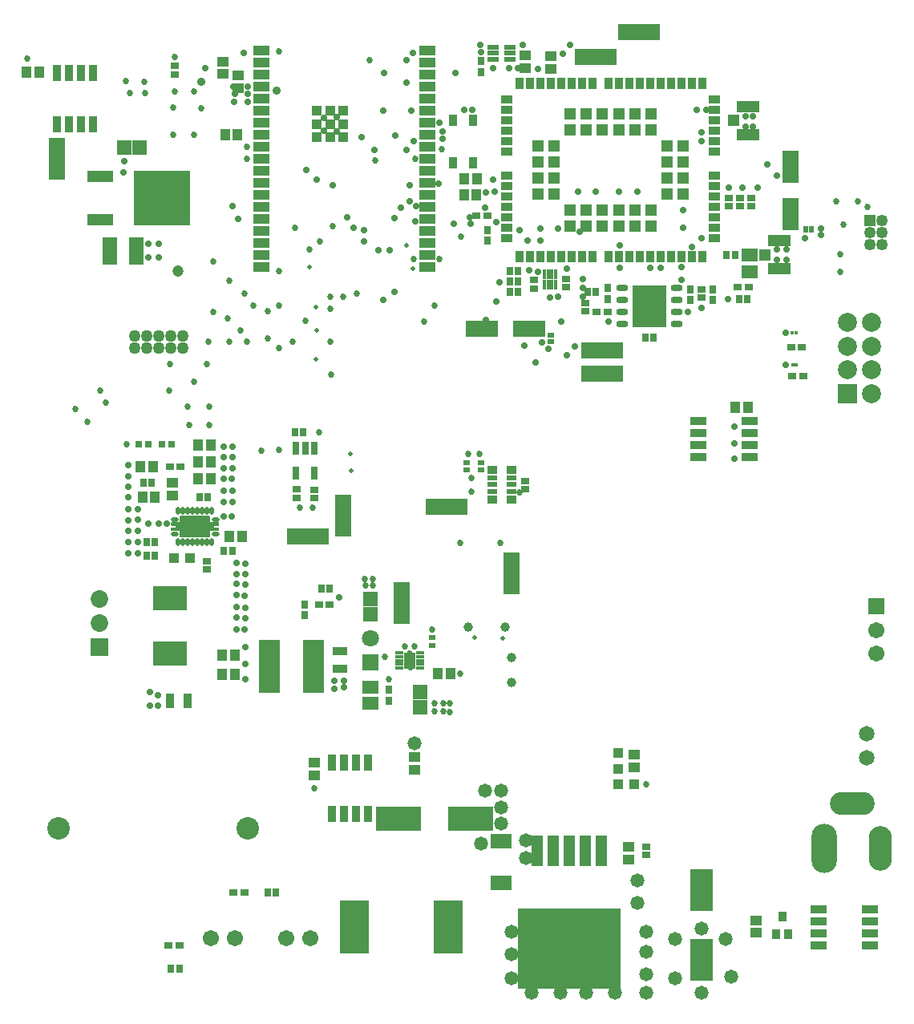
<source format=gts>
G04*
G04 #@! TF.GenerationSoftware,Altium Limited,Altium Designer,21.3.2 (30)*
G04*
G04 Layer_Color=8388736*
%FSLAX25Y25*%
%MOIN*%
G70*
G04*
G04 #@! TF.SameCoordinates,6E51047B-58C7-44D0-8EEE-2D495A345CE8*
G04*
G04*
G04 #@! TF.FilePolarity,Negative*
G04*
G01*
G75*
%ADD73R,0.03162X0.03320*%
%ADD74R,0.04147X0.04540*%
%ADD75R,0.04343X0.04343*%
%ADD76R,0.06706X0.04343*%
%ADD77R,0.03556X0.06804*%
%ADD78R,0.04737X0.04737*%
%ADD79R,0.05131X0.03556*%
%ADD80R,0.03556X0.05131*%
%ADD81R,0.18713X0.09855*%
%ADD82R,0.04540X0.04147*%
%ADD83R,0.03320X0.03162*%
%ADD84R,0.13894X0.09894*%
%ADD85R,0.06706X0.17335*%
%ADD86R,0.03162X0.05721*%
%ADD87R,0.17335X0.06706*%
%ADD88R,0.03241X0.03162*%
%ADD89R,0.06312X0.05918*%
%ADD90R,0.03753X0.01587*%
%ADD91R,0.04737X0.07099*%
%ADD92R,0.02769X0.02375*%
%ADD93R,0.03753X0.03162*%
%ADD94R,0.03162X0.03753*%
%ADD95R,0.06509X0.05524*%
G04:AMPARAMS|DCode=96|XSize=17.45mil|YSize=31.62mil|CornerRadius=5.98mil|HoleSize=0mil|Usage=FLASHONLY|Rotation=90.000|XOffset=0mil|YOffset=0mil|HoleType=Round|Shape=RoundedRectangle|*
%AMROUNDEDRECTD96*
21,1,0.01745,0.01965,0,0,90.0*
21,1,0.00548,0.03162,0,0,90.0*
1,1,0.01197,0.00983,0.00274*
1,1,0.01197,0.00983,-0.00274*
1,1,0.01197,-0.00983,-0.00274*
1,1,0.01197,-0.00983,0.00274*
%
%ADD96ROUNDEDRECTD96*%
G04:AMPARAMS|DCode=97|XSize=31.62mil|YSize=17.45mil|CornerRadius=5.98mil|HoleSize=0mil|Usage=FLASHONLY|Rotation=90.000|XOffset=0mil|YOffset=0mil|HoleType=Round|Shape=RoundedRectangle|*
%AMROUNDEDRECTD97*
21,1,0.03162,0.00548,0,0,90.0*
21,1,0.01965,0.01745,0,0,90.0*
1,1,0.01197,0.00274,0.00983*
1,1,0.01197,0.00274,-0.00983*
1,1,0.01197,-0.00274,-0.00983*
1,1,0.01197,-0.00274,0.00983*
%
%ADD97ROUNDEDRECTD97*%
G04:AMPARAMS|DCode=98|XSize=88.71mil|YSize=128.08mil|CornerRadius=6.02mil|HoleSize=0mil|Usage=FLASHONLY|Rotation=90.000|XOffset=0mil|YOffset=0mil|HoleType=Round|Shape=RoundedRectangle|*
%AMROUNDEDRECTD98*
21,1,0.08871,0.11604,0,0,90.0*
21,1,0.07667,0.12808,0,0,90.0*
1,1,0.01204,0.05802,0.03834*
1,1,0.01204,0.05802,-0.03834*
1,1,0.01204,-0.05802,-0.03834*
1,1,0.01204,-0.05802,0.03834*
%
%ADD98ROUNDEDRECTD98*%
%ADD99R,0.04343X0.03950*%
%ADD100R,0.04343X0.04737*%
%ADD101R,0.02769X0.03162*%
%ADD102R,0.03556X0.05918*%
%ADD103R,0.06804X0.03359*%
%ADD104R,0.01272X0.01666*%
%ADD105R,0.08871X0.21863*%
%ADD106R,0.05918X0.03556*%
%ADD107R,0.12217X0.22060*%
%ADD108R,0.03950X0.04343*%
%ADD109R,0.04737X0.04343*%
%ADD110R,0.06804X0.03556*%
%ADD111R,0.09461X0.17335*%
%ADD112R,0.03556X0.04343*%
%ADD113R,0.04800X0.12808*%
%ADD114R,0.42768X0.33792*%
%ADD115R,0.09068X0.06312*%
%ADD116R,0.04343X0.03556*%
%ADD117R,0.04343X0.02375*%
%ADD118R,0.05918X0.11430*%
%ADD119R,0.05918X0.06312*%
%ADD120R,0.04934X0.04737*%
%ADD121R,0.09461X0.04934*%
%ADD122R,0.11036X0.04973*%
%ADD123R,0.03556X0.04737*%
%ADD124R,0.23241X0.22973*%
%ADD125R,0.05131X0.02375*%
%ADD126R,0.01587X0.04343*%
%ADD127R,0.14186X0.17729*%
G04:AMPARAMS|DCode=128|XSize=48.95mil|YSize=25.32mil|CornerRadius=10.06mil|HoleSize=0mil|Usage=FLASHONLY|Rotation=180.000|XOffset=0mil|YOffset=0mil|HoleType=Round|Shape=RoundedRectangle|*
%AMROUNDEDRECTD128*
21,1,0.04895,0.00520,0,0,180.0*
21,1,0.02882,0.02532,0,0,180.0*
1,1,0.02013,-0.01441,0.00260*
1,1,0.02013,0.01441,0.00260*
1,1,0.02013,0.01441,-0.00260*
1,1,0.02013,-0.01441,-0.00260*
%
%ADD128ROUNDEDRECTD128*%
%ADD129R,0.07099X0.13398*%
%ADD130R,0.02178X0.03162*%
%ADD131R,0.13398X0.07099*%
%ADD132R,0.03162X0.02178*%
%ADD133R,0.07296X0.07296*%
%ADD134C,0.07296*%
%ADD135C,0.06737*%
%ADD136R,0.06737X0.06737*%
%ADD137C,0.06513*%
%ADD138R,0.07887X0.07887*%
%ADD139C,0.07887*%
%ADD140C,0.09363*%
%ADD141C,0.05013*%
%ADD142C,0.01981*%
%ADD143R,0.07119X0.07119*%
%ADD144C,0.07119*%
%ADD145O,0.10642X0.20485*%
%ADD146O,0.09658X0.18517*%
%ADD147O,0.18517X0.09658*%
%ADD148C,0.04934*%
%ADD149R,0.04934X0.04934*%
%ADD150C,0.05800*%
%ADD151C,0.02769*%
%ADD152C,0.02700*%
%ADD153C,0.03950*%
%ADD154C,0.03556*%
%ADD155C,0.04737*%
G36*
X69008Y201829D02*
X69011Y201860D01*
X69015Y201890D01*
X69020Y201921D01*
X69028Y201951D01*
X69036Y201981D01*
X69047Y202010D01*
X69059Y202039D01*
X69072Y202067D01*
X69087Y202095D01*
X69103Y202121D01*
X69121Y202147D01*
X69140Y202172D01*
X69160Y202195D01*
X69181Y202218D01*
X69204Y202239D01*
X69228Y202259D01*
X69252Y202278D01*
X69278Y202296D01*
X69305Y202312D01*
X69332Y202327D01*
X69360Y202341D01*
X69389Y202352D01*
X69418Y202363D01*
X69448Y202372D01*
X69478Y202379D01*
X69509Y202385D01*
X69540Y202389D01*
X69571Y202391D01*
X69602Y202392D01*
X72649D01*
Y204353D01*
X72650Y204384D01*
X72652Y204415D01*
X72656Y204446D01*
X72662Y204477D01*
X72669Y204507D01*
X72678Y204538D01*
X72689Y204567D01*
X72701Y204596D01*
X72714Y204624D01*
X72729Y204652D01*
X72746Y204679D01*
X72763Y204704D01*
X72782Y204729D01*
X72803Y204753D01*
X72824Y204776D01*
X72847Y204797D01*
X72871Y204818D01*
X72896Y204837D01*
X72922Y204854D01*
X72948Y204871D01*
X72976Y204886D01*
X73004Y204899D01*
X73033Y204911D01*
X73062Y204922D01*
X73093Y204931D01*
X73123Y204938D01*
X73154Y204944D01*
X73185Y204948D01*
X73216Y204950D01*
X73247Y204951D01*
X84865D01*
X84896Y204950D01*
X84927Y204948D01*
X84958Y204944D01*
X84988Y204938D01*
X85018Y204931D01*
X85048Y204922D01*
X85077Y204912D01*
X85106Y204900D01*
X85134Y204887D01*
X85161Y204872D01*
X85187Y204856D01*
X85213Y204838D01*
X85237Y204819D01*
X85261Y204799D01*
X85283Y204778D01*
X85304Y204756D01*
X85324Y204732D01*
X85343Y204708D01*
X85361Y204682D01*
X85377Y204656D01*
X85392Y204629D01*
X85405Y204601D01*
X85417Y204572D01*
X85427Y204543D01*
X85436Y204513D01*
X85443Y204483D01*
X85449Y204453D01*
X85453Y204422D01*
X85455Y204391D01*
X85456Y204361D01*
Y202396D01*
X85456Y202396D01*
X85456Y202396D01*
X85456Y202395D01*
X85456Y202395D01*
X85456Y202395D01*
X85456Y202395D01*
X85456Y202395D01*
X85456Y202394D01*
X85457Y202394D01*
X85457Y202394D01*
X85457Y202394D01*
X85457Y202394D01*
X85457Y202393D01*
X85457Y202393D01*
X85457Y202393D01*
X85457Y202393D01*
X85457Y202393D01*
X85458Y202393D01*
X85458Y202393D01*
X85458Y202393D01*
X85458Y202392D01*
X85458Y202392D01*
X85459Y202392D01*
X85459Y202392D01*
X85459Y202392D01*
X85459Y202392D01*
X85459Y202392D01*
X85460Y202392D01*
X85460Y202392D01*
X85460Y202392D01*
X88507D01*
X88538Y202391D01*
X88569Y202389D01*
X88600Y202385D01*
X88630Y202379D01*
X88660Y202372D01*
X88690Y202363D01*
X88719Y202353D01*
X88747Y202341D01*
X88775Y202328D01*
X88802Y202313D01*
X88829Y202297D01*
X88854Y202279D01*
X88879Y202260D01*
X88902Y202240D01*
X88925Y202219D01*
X88946Y202197D01*
X88966Y202173D01*
X88985Y202149D01*
X89003Y202123D01*
X89019Y202097D01*
X89033Y202069D01*
X89047Y202042D01*
X89059Y202013D01*
X89069Y201984D01*
X89078Y201954D01*
X89085Y201924D01*
X89091Y201894D01*
X89095Y201863D01*
X89097Y201832D01*
X89098Y201801D01*
Y201388D01*
X89097Y201357D01*
X89095Y201327D01*
X89091Y201296D01*
X89085Y201266D01*
X89078Y201236D01*
X89069Y201207D01*
X89059Y201178D01*
X89047Y201149D01*
X89034Y201122D01*
X89019Y201095D01*
X89003Y201068D01*
X88986Y201043D01*
X88967Y201019D01*
X88947Y200995D01*
X88926Y200973D01*
X88904Y200952D01*
X88880Y200932D01*
X88856Y200913D01*
X88831Y200896D01*
X88805Y200880D01*
X88778Y200865D01*
X88750Y200852D01*
X88721Y200840D01*
X88692Y200830D01*
X88663Y200821D01*
X88633Y200814D01*
X88603Y200809D01*
X88573Y200805D01*
X88542Y200802D01*
X88511Y200801D01*
X87035D01*
Y200231D01*
X87035Y200230D01*
X87035Y200230D01*
X87035Y200230D01*
X87035Y200230D01*
X87035Y200230D01*
X87035Y200229D01*
X87035Y200229D01*
X87035Y200229D01*
X87035Y200229D01*
X87035Y200229D01*
X87035Y200228D01*
X87036Y200228D01*
X87036Y200228D01*
X87036Y200228D01*
X87036Y200228D01*
X87036Y200228D01*
X87036Y200227D01*
X87036Y200227D01*
X87037Y200227D01*
X87037Y200227D01*
X87037Y200227D01*
X87037Y200227D01*
X87037Y200227D01*
X87037Y200227D01*
X87038Y200227D01*
X87038Y200227D01*
X87038Y200227D01*
X87038Y200227D01*
X87038Y200227D01*
X87039D01*
X88507D01*
X88538Y200226D01*
X88569Y200223D01*
X88600Y200219D01*
X88630Y200214D01*
X88660Y200206D01*
X88690Y200198D01*
X88719Y200187D01*
X88747Y200175D01*
X88775Y200162D01*
X88802Y200148D01*
X88829Y200131D01*
X88854Y200114D01*
X88879Y200095D01*
X88902Y200075D01*
X88925Y200054D01*
X88946Y200031D01*
X88966Y200008D01*
X88985Y199983D01*
X89003Y199958D01*
X89019Y199931D01*
X89033Y199904D01*
X89047Y199876D01*
X89059Y199848D01*
X89069Y199819D01*
X89078Y199789D01*
X89085Y199759D01*
X89091Y199728D01*
X89095Y199698D01*
X89097Y199667D01*
X89098Y199636D01*
Y199219D01*
X89097Y199188D01*
X89095Y199158D01*
X89091Y199128D01*
X89085Y199098D01*
X89078Y199068D01*
X89069Y199039D01*
X89059Y199010D01*
X89047Y198982D01*
X89034Y198954D01*
X89020Y198927D01*
X89004Y198901D01*
X88986Y198876D01*
X88968Y198852D01*
X88948Y198829D01*
X88927Y198807D01*
X88905Y198786D01*
X88882Y198766D01*
X88858Y198747D01*
X88832Y198730D01*
X88806Y198714D01*
X88780Y198700D01*
X88752Y198686D01*
X88724Y198675D01*
X88695Y198665D01*
X88666Y198656D01*
X88636Y198649D01*
X88606Y198643D01*
X88576Y198639D01*
X88546Y198637D01*
X88515Y198636D01*
X85460D01*
Y196675D01*
X85459Y196644D01*
X85457Y196613D01*
X85453Y196582D01*
X85447Y196551D01*
X85440Y196520D01*
X85431Y196491D01*
X85420Y196461D01*
X85408Y196432D01*
X85395Y196404D01*
X85380Y196376D01*
X85363Y196350D01*
X85346Y196324D01*
X85327Y196299D01*
X85306Y196275D01*
X85285Y196252D01*
X85262Y196231D01*
X85238Y196210D01*
X85213Y196191D01*
X85188Y196174D01*
X85161Y196157D01*
X85133Y196142D01*
X85105Y196129D01*
X85076Y196117D01*
X85046Y196106D01*
X85016Y196097D01*
X84986Y196090D01*
X84955Y196084D01*
X84924Y196080D01*
X84893Y196078D01*
X84862Y196077D01*
X73251D01*
X73220Y196078D01*
X73189Y196080D01*
X73158Y196084D01*
X73127Y196090D01*
X73096Y196097D01*
X73066Y196106D01*
X73037Y196117D01*
X73008Y196129D01*
X72980Y196142D01*
X72952Y196157D01*
X72925Y196174D01*
X72900Y196191D01*
X72875Y196210D01*
X72851Y196231D01*
X72828Y196252D01*
X72807Y196275D01*
X72786Y196299D01*
X72767Y196324D01*
X72749Y196350D01*
X72733Y196376D01*
X72718Y196404D01*
X72705Y196432D01*
X72693Y196461D01*
X72682Y196491D01*
X72673Y196520D01*
X72666Y196551D01*
X72660Y196582D01*
X72656Y196613D01*
X72654Y196644D01*
X72653Y196675D01*
Y198632D01*
X72653Y198632D01*
X72653Y198633D01*
X72653Y198633D01*
X72653Y198633D01*
X72653Y198633D01*
X72653Y198633D01*
X72653Y198634D01*
X72653Y198634D01*
X72653Y198634D01*
X72652Y198634D01*
X72652Y198634D01*
X72652Y198634D01*
X72652Y198635D01*
X72652Y198635D01*
X72652Y198635D01*
X72652Y198635D01*
X72651Y198635D01*
X72651Y198635D01*
X72651Y198635D01*
X72651Y198635D01*
X72651Y198636D01*
X72651Y198636D01*
X72650Y198636D01*
X72650Y198636D01*
X72650Y198636D01*
X72650Y198636D01*
X72650Y198636D01*
X72649Y198636D01*
X72649Y198636D01*
X72649Y198636D01*
X69606D01*
X69574Y198637D01*
X69543Y198639D01*
X69512Y198643D01*
X69481Y198649D01*
X69451Y198656D01*
X69421Y198665D01*
X69391Y198676D01*
X69362Y198688D01*
X69334Y198701D01*
X69306Y198716D01*
X69280Y198733D01*
X69254Y198750D01*
X69229Y198769D01*
X69205Y198790D01*
X69182Y198811D01*
X69161Y198834D01*
X69141Y198858D01*
X69121Y198883D01*
X69104Y198909D01*
X69087Y198935D01*
X69073Y198963D01*
X69059Y198991D01*
X69047Y199020D01*
X69037Y199050D01*
X69028Y199080D01*
X69020Y199110D01*
X69015Y199141D01*
X69011Y199172D01*
X69008Y199203D01*
X69007Y199234D01*
Y199628D01*
X69008Y199660D01*
X69011Y199691D01*
X69015Y199722D01*
X69020Y199753D01*
X69028Y199783D01*
X69037Y199813D01*
X69047Y199843D01*
X69059Y199872D01*
X69073Y199900D01*
X69087Y199927D01*
X69104Y199954D01*
X69121Y199980D01*
X69141Y200005D01*
X69161Y200029D01*
X69182Y200051D01*
X69205Y200073D01*
X69229Y200093D01*
X69254Y200112D01*
X69280Y200130D01*
X69306Y200146D01*
X69334Y200161D01*
X69362Y200175D01*
X69391Y200187D01*
X69421Y200197D01*
X69451Y200206D01*
X69481Y200214D01*
X69512Y200219D01*
X69543Y200223D01*
X69574Y200226D01*
X69606Y200227D01*
X71074D01*
Y200801D01*
X69598D01*
X69567Y200802D01*
X69536Y200805D01*
X69505Y200809D01*
X69475Y200814D01*
X69445Y200821D01*
X69415Y200830D01*
X69386Y200841D01*
X69358Y200852D01*
X69330Y200866D01*
X69302Y200881D01*
X69276Y200897D01*
X69251Y200914D01*
X69226Y200933D01*
X69203Y200953D01*
X69180Y200974D01*
X69159Y200997D01*
X69139Y201020D01*
X69120Y201045D01*
X69103Y201070D01*
X69086Y201097D01*
X69072Y201124D01*
X69058Y201152D01*
X69046Y201180D01*
X69036Y201209D01*
X69027Y201239D01*
X69020Y201269D01*
X69015Y201300D01*
X69011Y201330D01*
X69008Y201361D01*
X69007Y201392D01*
Y201798D01*
X69008Y201829D01*
D02*
G37*
D73*
X109367Y48548D02*
D03*
X112831D02*
D03*
X69118Y16608D02*
D03*
X72583D02*
D03*
X124119Y239739D02*
D03*
X120654D02*
D03*
X131618Y174852D02*
D03*
X135082D02*
D03*
X57627Y218666D02*
D03*
X61091D02*
D03*
X62416Y193951D02*
D03*
X58951D02*
D03*
X62350Y188290D02*
D03*
X58885D02*
D03*
X84311Y212842D02*
D03*
X80846D02*
D03*
X91061Y190466D02*
D03*
X94525D02*
D03*
X303583Y313284D02*
D03*
X300118D02*
D03*
X308701Y295077D02*
D03*
X305236D02*
D03*
X245709Y298128D02*
D03*
X242244D02*
D03*
X266260Y279231D02*
D03*
X269724D02*
D03*
X209961Y298128D02*
D03*
X213425D02*
D03*
X213425Y306790D02*
D03*
X209961D02*
D03*
X213425Y302459D02*
D03*
X209961D02*
D03*
D74*
X14255Y389382D02*
D03*
X9137D02*
D03*
X180107Y139396D02*
D03*
X185225D02*
D03*
X61612Y225314D02*
D03*
X56494D02*
D03*
X62479Y212645D02*
D03*
X57361D02*
D03*
X91713Y363522D02*
D03*
X96831D02*
D03*
X196142Y338286D02*
D03*
X191024D02*
D03*
D75*
X140827Y362302D02*
D03*
X135315D02*
D03*
X129803D02*
D03*
X140827Y373325D02*
D03*
X135315D02*
D03*
X129803D02*
D03*
X140827Y367813D02*
D03*
X135315D02*
D03*
X129803D02*
D03*
D76*
X175669Y308522D02*
D03*
Y313522D02*
D03*
Y318522D02*
D03*
Y323522D02*
D03*
Y328522D02*
D03*
Y333522D02*
D03*
Y338522D02*
D03*
Y343522D02*
D03*
Y348522D02*
D03*
Y353522D02*
D03*
Y358522D02*
D03*
Y363522D02*
D03*
Y368522D02*
D03*
Y373522D02*
D03*
Y378522D02*
D03*
Y383522D02*
D03*
Y388522D02*
D03*
Y393522D02*
D03*
Y398522D02*
D03*
X106772Y308522D02*
D03*
Y313522D02*
D03*
Y318522D02*
D03*
Y323522D02*
D03*
Y328522D02*
D03*
Y333522D02*
D03*
Y338522D02*
D03*
Y343522D02*
D03*
Y348522D02*
D03*
Y353522D02*
D03*
Y358522D02*
D03*
Y363522D02*
D03*
Y368522D02*
D03*
Y373522D02*
D03*
Y378522D02*
D03*
Y383522D02*
D03*
Y388522D02*
D03*
Y393522D02*
D03*
Y398522D02*
D03*
D77*
X36691Y367840D02*
D03*
X31691D02*
D03*
X26691D02*
D03*
X21691D02*
D03*
Y389194D02*
D03*
X26691D02*
D03*
X31691D02*
D03*
X36691D02*
D03*
X150961Y102332D02*
D03*
X145961D02*
D03*
X140962D02*
D03*
X135961D02*
D03*
Y80978D02*
D03*
X140962D02*
D03*
X145961D02*
D03*
X150961D02*
D03*
D78*
X275276Y358758D02*
D03*
Y352065D02*
D03*
Y345372D02*
D03*
Y338680D02*
D03*
X268583Y331987D02*
D03*
X261890D02*
D03*
X255197D02*
D03*
X248504D02*
D03*
X241811D02*
D03*
X235118D02*
D03*
X228425Y338680D02*
D03*
Y345372D02*
D03*
Y352065D02*
D03*
Y358758D02*
D03*
X235118Y365451D02*
D03*
X241811D02*
D03*
X248504D02*
D03*
X255197D02*
D03*
X261890D02*
D03*
X268583D02*
D03*
X281968Y358758D02*
D03*
Y352065D02*
D03*
Y345372D02*
D03*
Y338680D02*
D03*
X268583Y325294D02*
D03*
X261890D02*
D03*
X255197D02*
D03*
X248504D02*
D03*
X241811D02*
D03*
X235118D02*
D03*
X221732Y338680D02*
D03*
Y345372D02*
D03*
Y352065D02*
D03*
Y358758D02*
D03*
X235118Y372144D02*
D03*
X241811D02*
D03*
X248504D02*
D03*
X255197D02*
D03*
X261890D02*
D03*
X268583D02*
D03*
D79*
X295157Y378050D02*
D03*
Y373719D02*
D03*
Y369388D02*
D03*
Y365057D02*
D03*
Y360727D02*
D03*
Y356396D02*
D03*
Y346553D02*
D03*
Y342223D02*
D03*
Y337892D02*
D03*
Y333561D02*
D03*
Y329231D02*
D03*
Y324900D02*
D03*
Y320569D02*
D03*
X208543D02*
D03*
Y324900D02*
D03*
Y329231D02*
D03*
Y333561D02*
D03*
Y337892D02*
D03*
Y342223D02*
D03*
Y346553D02*
D03*
Y356396D02*
D03*
Y360727D02*
D03*
Y365057D02*
D03*
Y369388D02*
D03*
Y373719D02*
D03*
Y378050D02*
D03*
D80*
X290039Y312695D02*
D03*
X285709D02*
D03*
X281378D02*
D03*
X277047D02*
D03*
X272716D02*
D03*
X268386D02*
D03*
X264055D02*
D03*
X259724D02*
D03*
X255394D02*
D03*
X251063D02*
D03*
X244370D02*
D03*
X240039D02*
D03*
X235709D02*
D03*
X231378D02*
D03*
X227047D02*
D03*
X222716D02*
D03*
X218386D02*
D03*
X214055D02*
D03*
Y384742D02*
D03*
X218386D02*
D03*
X222716D02*
D03*
X227047D02*
D03*
X231378D02*
D03*
X235709D02*
D03*
X240039D02*
D03*
X244370D02*
D03*
X251063D02*
D03*
X255394D02*
D03*
X259724D02*
D03*
X264055D02*
D03*
X268386D02*
D03*
X272716D02*
D03*
X277047D02*
D03*
X281378D02*
D03*
X285709D02*
D03*
X290039D02*
D03*
D81*
X193543Y79213D02*
D03*
X163622D02*
D03*
D82*
X128719Y97207D02*
D03*
Y102325D02*
D03*
X69703Y213548D02*
D03*
Y218666D02*
D03*
X312244Y31654D02*
D03*
Y36772D02*
D03*
X90827Y393798D02*
D03*
Y388680D02*
D03*
X216417Y391239D02*
D03*
Y396357D02*
D03*
D83*
X70788Y392044D02*
D03*
Y388580D02*
D03*
X128804Y212283D02*
D03*
Y215747D02*
D03*
X83976Y182667D02*
D03*
Y186132D02*
D03*
X266698Y63957D02*
D03*
Y67421D02*
D03*
X216491Y216050D02*
D03*
Y219515D02*
D03*
X289646Y299073D02*
D03*
Y295609D02*
D03*
X233346Y303404D02*
D03*
Y299939D02*
D03*
X219961Y303010D02*
D03*
Y299546D02*
D03*
X241220Y289939D02*
D03*
Y293404D02*
D03*
X310512Y337262D02*
D03*
Y333798D02*
D03*
X305787Y333798D02*
D03*
Y337262D02*
D03*
X301063Y333798D02*
D03*
Y337262D02*
D03*
D84*
X68688Y170853D02*
D03*
Y147854D02*
D03*
D85*
X165036Y168875D02*
D03*
X140822Y205131D02*
D03*
X210593Y181255D02*
D03*
X21666Y353434D02*
D03*
D86*
X128607Y222791D02*
D03*
X121127D02*
D03*
Y233027D02*
D03*
X124867D02*
D03*
X128607D02*
D03*
D87*
X125985Y196496D02*
D03*
X183556Y208748D02*
D03*
X248504Y264181D02*
D03*
X248504Y273719D02*
D03*
X263661Y406002D02*
D03*
X245709Y395766D02*
D03*
D88*
X121363Y216117D02*
D03*
Y212495D02*
D03*
D89*
X172566Y131640D02*
D03*
Y125341D02*
D03*
X151872Y170345D02*
D03*
Y164046D02*
D03*
D90*
X164097Y148042D02*
D03*
Y146467D02*
D03*
Y144892D02*
D03*
Y143317D02*
D03*
Y141743D02*
D03*
X172759D02*
D03*
Y143317D02*
D03*
Y144892D02*
D03*
Y146467D02*
D03*
Y148042D02*
D03*
D91*
X168428Y144892D02*
D03*
D92*
X177749Y154405D02*
D03*
Y151255D02*
D03*
X192011Y223989D02*
D03*
Y227139D02*
D03*
X198005Y224058D02*
D03*
Y227207D02*
D03*
D93*
X135082Y168205D02*
D03*
X130555D02*
D03*
X73083Y225314D02*
D03*
X68556D02*
D03*
X332027Y262962D02*
D03*
X327499D02*
D03*
X326852Y275071D02*
D03*
X331379D02*
D03*
X99650Y48401D02*
D03*
X95122D02*
D03*
X72631Y26350D02*
D03*
X68103D02*
D03*
X304705Y299939D02*
D03*
X309232D02*
D03*
X196043Y329624D02*
D03*
X200571D02*
D03*
X246043Y289861D02*
D03*
X250571D02*
D03*
D94*
X159794Y128189D02*
D03*
Y132716D02*
D03*
X124744Y168205D02*
D03*
Y163678D02*
D03*
X284921Y299211D02*
D03*
Y294684D02*
D03*
X294370D02*
D03*
Y299211D02*
D03*
X197913Y389565D02*
D03*
Y394093D02*
D03*
X200669Y323916D02*
D03*
Y319388D02*
D03*
X250669Y299605D02*
D03*
Y295077D02*
D03*
D95*
X151878Y133799D02*
D03*
Y127106D02*
D03*
X309724Y306591D02*
D03*
Y313284D02*
D03*
D96*
X70590Y197561D02*
D03*
Y203467D02*
D03*
X87519Y197561D02*
D03*
Y203467D02*
D03*
D97*
X78070Y194018D02*
D03*
X80039D02*
D03*
X82007D02*
D03*
X83976D02*
D03*
X85944D02*
D03*
X76102D02*
D03*
X74133D02*
D03*
X72165D02*
D03*
X78070Y207010D02*
D03*
X80039D02*
D03*
X82007D02*
D03*
X83976D02*
D03*
X85944D02*
D03*
X76102D02*
D03*
X74133D02*
D03*
X72165D02*
D03*
D98*
X79054Y200514D02*
D03*
D99*
X70442Y187345D02*
D03*
X77135D02*
D03*
X255047Y93537D02*
D03*
X261740D02*
D03*
D100*
X80264Y234424D02*
D03*
X85579D02*
D03*
X80402Y227272D02*
D03*
X85717D02*
D03*
X80264Y220485D02*
D03*
X85579D02*
D03*
X98750Y196479D02*
D03*
X93435D02*
D03*
X95685Y147267D02*
D03*
X90370D02*
D03*
X95520Y139105D02*
D03*
X90205D02*
D03*
X303759Y250213D02*
D03*
X309074D02*
D03*
X190925Y344979D02*
D03*
X196240D02*
D03*
D101*
X55596Y234662D02*
D03*
X59533D02*
D03*
X65352D02*
D03*
X69289D02*
D03*
D102*
X76168Y128209D02*
D03*
X68688D02*
D03*
D103*
X288299Y244474D02*
D03*
Y239474D02*
D03*
Y234474D02*
D03*
Y229474D02*
D03*
X309653D02*
D03*
Y234474D02*
D03*
Y239474D02*
D03*
Y244474D02*
D03*
D104*
X329155Y267881D02*
D03*
X327580D02*
D03*
X328976Y280956D02*
D03*
X327401D02*
D03*
D105*
X109971Y142321D02*
D03*
X128475D02*
D03*
D106*
X139219Y141306D02*
D03*
Y148786D02*
D03*
D107*
X145260Y33979D02*
D03*
X184236D02*
D03*
D108*
X255047Y106452D02*
D03*
Y99759D02*
D03*
D109*
X261740Y105763D02*
D03*
Y100448D02*
D03*
X170392Y99511D02*
D03*
Y104826D02*
D03*
X259457Y67542D02*
D03*
Y62227D02*
D03*
X97126Y388187D02*
D03*
Y382872D02*
D03*
X227047Y390746D02*
D03*
Y396061D02*
D03*
D110*
X359582Y41443D02*
D03*
Y36443D02*
D03*
Y31443D02*
D03*
Y26443D02*
D03*
X338228D02*
D03*
Y31443D02*
D03*
Y36443D02*
D03*
Y41443D02*
D03*
D111*
X289646Y20551D02*
D03*
Y49291D02*
D03*
D112*
X320709Y31063D02*
D03*
X323268Y38543D02*
D03*
X325827Y31063D02*
D03*
D113*
X248087Y65689D02*
D03*
X241386D02*
D03*
X234685D02*
D03*
X227984D02*
D03*
X221284D02*
D03*
D114*
X234685Y25118D02*
D03*
D115*
X206363Y52375D02*
D03*
Y69698D02*
D03*
D116*
X202751Y224081D02*
D03*
Y211877D02*
D03*
X210625D02*
D03*
Y224081D02*
D03*
D117*
X202751Y220735D02*
D03*
Y217979D02*
D03*
Y215223D02*
D03*
X210625D02*
D03*
Y217979D02*
D03*
Y220735D02*
D03*
D118*
X43626Y315147D02*
D03*
X54650D02*
D03*
D119*
X49659Y358263D02*
D03*
X55958D02*
D03*
D120*
X315925Y313480D02*
D03*
X302933Y369388D02*
D03*
D121*
X321929Y307673D02*
D03*
Y319288D02*
D03*
X308937Y375195D02*
D03*
Y363581D02*
D03*
D122*
X39648Y328241D02*
D03*
Y346241D02*
D03*
D123*
X186201Y351869D02*
D03*
Y369585D02*
D03*
X194665Y351869D02*
D03*
Y369585D02*
D03*
D124*
X65435Y337241D02*
D03*
D125*
X203031Y394782D02*
D03*
Y397341D02*
D03*
Y399900D02*
D03*
X210118D02*
D03*
Y397341D02*
D03*
Y394782D02*
D03*
D126*
X229016Y301081D02*
D03*
X227441D02*
D03*
X225866D02*
D03*
X224291D02*
D03*
Y305412D02*
D03*
X225866D02*
D03*
X227441D02*
D03*
X229016D02*
D03*
D127*
X267992Y292223D02*
D03*
D128*
X256791Y284723D02*
D03*
Y289723D02*
D03*
Y294723D02*
D03*
Y299723D02*
D03*
X279193D02*
D03*
Y294723D02*
D03*
Y289723D02*
D03*
Y284723D02*
D03*
D129*
X326654Y330412D02*
D03*
Y350097D02*
D03*
D130*
X332854Y324113D02*
D03*
X335413D02*
D03*
D131*
X217992Y282774D02*
D03*
X198307D02*
D03*
D132*
X227047Y277557D02*
D03*
Y280117D02*
D03*
D133*
X39458Y150570D02*
D03*
D134*
Y160570D02*
D03*
Y170570D02*
D03*
D135*
X362303Y147638D02*
D03*
Y157480D02*
D03*
X95551Y29528D02*
D03*
X85551D02*
D03*
X117047D02*
D03*
X127047D02*
D03*
D136*
X362303Y167323D02*
D03*
D137*
X358268Y104331D02*
D03*
Y114331D02*
D03*
D138*
X350394Y255906D02*
D03*
D139*
X360236D02*
D03*
X350394Y265748D02*
D03*
X360236D02*
D03*
X350394Y275590D02*
D03*
X360236D02*
D03*
X350394Y285433D02*
D03*
X360236D02*
D03*
D140*
X101164Y74979D02*
D03*
X22424D02*
D03*
D141*
X54133Y274752D02*
D03*
Y279752D02*
D03*
X59133Y274752D02*
D03*
Y279752D02*
D03*
X64133Y274752D02*
D03*
Y279752D02*
D03*
X69133Y274752D02*
D03*
Y279752D02*
D03*
X74133Y274752D02*
D03*
Y279752D02*
D03*
D142*
X81121Y200514D02*
D03*
Y197463D02*
D03*
Y203565D02*
D03*
X76987Y200514D02*
D03*
Y197463D02*
D03*
Y203565D02*
D03*
X84074Y200514D02*
D03*
X74035D02*
D03*
X129487Y270114D02*
D03*
X129803Y282055D02*
D03*
X126844Y308522D02*
D03*
X129487Y291640D02*
D03*
X206914Y154248D02*
D03*
X195254Y154583D02*
D03*
X143874Y223911D02*
D03*
X143772Y230787D02*
D03*
X167106Y317420D02*
D03*
X169567Y307740D02*
D03*
D143*
X151878Y144248D02*
D03*
D144*
Y154248D02*
D03*
D145*
X340551Y66929D02*
D03*
D146*
X364173D02*
D03*
D147*
X352362Y85433D02*
D03*
D148*
X364705Y317835D02*
D03*
X359705D02*
D03*
X364705Y322835D02*
D03*
X359705D02*
D03*
X364705Y327835D02*
D03*
D149*
X359705D02*
D03*
D150*
X289783Y6885D02*
D03*
Y33588D02*
D03*
X266698Y14436D02*
D03*
X266542Y6885D02*
D03*
X231058Y6809D02*
D03*
X218998D02*
D03*
X253606Y6885D02*
D03*
X241545D02*
D03*
X206363Y83870D02*
D03*
X170423Y110346D02*
D03*
X199644Y90775D02*
D03*
X263043Y43960D02*
D03*
Y53400D02*
D03*
X210544Y22626D02*
D03*
Y12806D02*
D03*
Y32180D02*
D03*
X216675Y62841D02*
D03*
Y69996D02*
D03*
X266698Y23622D02*
D03*
Y32180D02*
D03*
X301968Y13415D02*
D03*
X278758Y12806D02*
D03*
X299828Y29048D02*
D03*
X278758D02*
D03*
X198066Y68880D02*
D03*
X206363Y77266D02*
D03*
Y90728D02*
D03*
D151*
X221535Y306347D02*
D03*
X174498Y343109D02*
D03*
X180404Y343251D02*
D03*
X167066Y357184D02*
D03*
X162445Y363207D02*
D03*
X59780Y318160D02*
D03*
Y312593D02*
D03*
X67355Y201715D02*
D03*
X55310Y194018D02*
D03*
X55249Y189446D02*
D03*
X55221Y198879D02*
D03*
X168494Y342497D02*
D03*
X83246Y391129D02*
D03*
X149280Y319244D02*
D03*
X155197Y315451D02*
D03*
X129803Y373325D02*
D03*
Y344796D02*
D03*
X99418Y397341D02*
D03*
X129803Y362302D02*
D03*
X97126Y328522D02*
D03*
X136299Y342311D02*
D03*
X135315Y362302D02*
D03*
X125472Y348835D02*
D03*
X186594Y326475D02*
D03*
X94549Y333857D02*
D03*
X167106Y385038D02*
D03*
X169567Y397341D02*
D03*
X135315Y373325D02*
D03*
X167106Y394290D02*
D03*
X180565Y368522D02*
D03*
X160163Y315575D02*
D03*
X169173Y373522D02*
D03*
X140827Y362302D02*
D03*
X129803Y367813D02*
D03*
X135315D02*
D03*
X140827D02*
D03*
Y373325D02*
D03*
X170846Y333857D02*
D03*
X161956Y298207D02*
D03*
X157264Y294723D02*
D03*
X168494Y335837D02*
D03*
X149280Y323916D02*
D03*
X144938Y324900D02*
D03*
X164578Y333069D02*
D03*
X139048Y171188D02*
D03*
X141116Y136407D02*
D03*
X95683Y380601D02*
D03*
X95479Y377028D02*
D03*
X51188Y212638D02*
D03*
X51216Y221592D02*
D03*
Y203206D02*
D03*
X51249Y217210D02*
D03*
X51277Y207778D02*
D03*
Y226164D02*
D03*
X51188Y198879D02*
D03*
X55353Y207778D02*
D03*
X55386Y203396D02*
D03*
X59756Y201819D02*
D03*
X63901D02*
D03*
X90910Y204923D02*
D03*
X90971Y220334D02*
D03*
X91000Y229287D02*
D03*
Y210901D02*
D03*
X91032Y224905D02*
D03*
X91061Y233859D02*
D03*
Y215473D02*
D03*
X94433Y204937D02*
D03*
X94494Y220347D02*
D03*
X94523Y210915D02*
D03*
Y229301D02*
D03*
X94555Y224919D02*
D03*
X94584Y233873D02*
D03*
Y215487D02*
D03*
X51216Y189446D02*
D03*
X51277Y194018D02*
D03*
X60504Y125942D02*
D03*
X96283Y167195D02*
D03*
X96222Y162623D02*
D03*
X63688Y125942D02*
D03*
X63752Y130596D02*
D03*
X96222Y157889D02*
D03*
Y180847D02*
D03*
Y172265D02*
D03*
X60504Y131868D02*
D03*
X96283Y185419D02*
D03*
Y176837D02*
D03*
X99843Y171704D02*
D03*
Y157889D02*
D03*
X99871Y162272D02*
D03*
Y180658D02*
D03*
X99904Y176276D02*
D03*
X99932Y166843D02*
D03*
Y185230D02*
D03*
Y150379D02*
D03*
Y143401D02*
D03*
Y137017D02*
D03*
X141116Y133621D02*
D03*
X303464Y228792D02*
D03*
X324653Y280956D02*
D03*
X303464Y235000D02*
D03*
X324664Y267881D02*
D03*
X303464Y241974D02*
D03*
X136906Y133160D02*
D03*
Y136407D02*
D03*
X95091Y383522D02*
D03*
X142205Y329231D02*
D03*
X231378Y285924D02*
D03*
X100847Y377028D02*
D03*
X216024Y275835D02*
D03*
X233740Y271679D02*
D03*
X157559Y389172D02*
D03*
X193681Y326502D02*
D03*
X177427Y343109D02*
D03*
X182067Y361711D02*
D03*
Y364664D02*
D03*
X148367Y362302D02*
D03*
X64133Y312593D02*
D03*
Y318160D02*
D03*
X220755Y268826D02*
D03*
X199862Y286317D02*
D03*
X204429Y294023D02*
D03*
X49659Y352276D02*
D03*
X49490Y347879D02*
D03*
X235118Y400884D02*
D03*
X236890Y275490D02*
D03*
X289715Y291435D02*
D03*
X255787Y317577D02*
D03*
X235118Y372144D02*
D03*
X281378Y384742D02*
D03*
X281968Y345372D02*
D03*
X228425D02*
D03*
X272716Y308011D02*
D03*
X281378Y308362D02*
D03*
X281968Y352065D02*
D03*
X241811Y372144D02*
D03*
X259724Y384742D02*
D03*
X268386Y308011D02*
D03*
X255394Y384742D02*
D03*
X251063D02*
D03*
X214055Y323719D02*
D03*
X221732Y352065D02*
D03*
Y345372D02*
D03*
Y338680D02*
D03*
X281968D02*
D03*
Y358758D02*
D03*
X228425D02*
D03*
X275276Y345372D02*
D03*
Y352065D02*
D03*
Y358758D02*
D03*
X187377Y389078D02*
D03*
X324882Y315646D02*
D03*
Y311512D02*
D03*
X321142D02*
D03*
Y315646D02*
D03*
X300669Y295077D02*
D03*
X203031Y391165D02*
D03*
X213425D02*
D03*
X221535Y390746D02*
D03*
X215236Y400884D02*
D03*
X197913Y397628D02*
D03*
X197520Y400884D02*
D03*
X193189Y329231D02*
D03*
X204311Y327179D02*
D03*
X153819Y357184D02*
D03*
X157264Y373522D02*
D03*
X205833Y302257D02*
D03*
X203031Y344930D02*
D03*
X194468Y373719D02*
D03*
X190925D02*
D03*
X209831Y391239D02*
D03*
X232165Y396947D02*
D03*
X238858Y323178D02*
D03*
X222716Y324408D02*
D03*
X229902D02*
D03*
X222716Y319388D02*
D03*
X217205D02*
D03*
X282067Y331987D02*
D03*
X281968Y324900D02*
D03*
X289715Y320405D02*
D03*
X285709Y316790D02*
D03*
X289577Y360727D02*
D03*
Y364565D02*
D03*
X291737Y373719D02*
D03*
X287677D02*
D03*
X262874Y339846D02*
D03*
X255452Y339861D02*
D03*
X245689Y339664D02*
D03*
X238464D02*
D03*
X311053Y366829D02*
D03*
X307953Y366928D02*
D03*
X311053Y370963D02*
D03*
X307953D02*
D03*
X321142Y346553D02*
D03*
X316968Y350983D02*
D03*
X312874Y341348D02*
D03*
X306633D02*
D03*
X301063D02*
D03*
X339201Y321738D02*
D03*
X339314Y324588D02*
D03*
X225866Y274515D02*
D03*
X223358Y276976D02*
D03*
X240401Y299802D02*
D03*
Y296160D02*
D03*
Y303404D02*
D03*
X132577Y365038D02*
D03*
X132543Y370438D02*
D03*
X138010Y370608D02*
D03*
X138112Y364936D02*
D03*
X101051Y380601D02*
D03*
X101063Y383522D02*
D03*
X170570Y327459D02*
D03*
X162087Y328739D02*
D03*
X170059Y360924D02*
D03*
X200177Y339320D02*
D03*
X199783Y333168D02*
D03*
X203524Y339664D02*
D03*
X226752Y295865D02*
D03*
X229902Y296061D02*
D03*
X332559Y320569D02*
D03*
X284134Y289723D02*
D03*
X255787Y308011D02*
D03*
X281378Y303010D02*
D03*
X251063Y285924D02*
D03*
X233740Y307813D02*
D03*
X217992Y307184D02*
D03*
D152*
X170708Y353522D02*
D03*
X120654Y324795D02*
D03*
X154154Y352754D02*
D03*
X178566Y292518D02*
D03*
X174498Y285924D02*
D03*
X348572Y326032D02*
D03*
X358537Y333463D02*
D03*
X50451Y385824D02*
D03*
X58158Y385530D02*
D03*
X58481Y380609D02*
D03*
X51894D02*
D03*
X69930Y363522D02*
D03*
X78534D02*
D03*
X100599Y277304D02*
D03*
X151697Y394489D02*
D03*
X99561Y297406D02*
D03*
X81761Y374509D02*
D03*
X114014Y398241D02*
D03*
X93352Y302787D02*
D03*
X78534Y381513D02*
D03*
X86834Y310884D02*
D03*
X114014Y306790D02*
D03*
X103425Y292409D02*
D03*
X181722Y357446D02*
D03*
X180815Y311708D02*
D03*
X136299Y325294D02*
D03*
X135530Y263755D02*
D03*
X135315Y277520D02*
D03*
X135504Y296061D02*
D03*
X140827D02*
D03*
X146352Y297406D02*
D03*
X9422Y395073D02*
D03*
X189772Y321258D02*
D03*
X135504Y291027D02*
D03*
X125129Y286025D02*
D03*
X98033Y282232D02*
D03*
X119613Y277520D02*
D03*
X114014Y274935D02*
D03*
X109429Y278713D02*
D03*
X92655Y287087D02*
D03*
X86536Y289910D02*
D03*
X126713Y315892D02*
D03*
X130984Y319244D02*
D03*
X189427Y193712D02*
D03*
X159814Y137017D02*
D03*
X170059Y311708D02*
D03*
X68688Y268124D02*
D03*
X83976D02*
D03*
X84526Y277304D02*
D03*
X93352Y277520D02*
D03*
X177749Y157889D02*
D03*
X206178Y193712D02*
D03*
X114014Y232321D02*
D03*
X106772Y232253D02*
D03*
X127904Y208468D02*
D03*
X122604Y208448D02*
D03*
X130555Y239739D02*
D03*
X39648Y257269D02*
D03*
X78652Y260717D02*
D03*
X68444Y257269D02*
D03*
X29407Y249544D02*
D03*
X85032Y250509D02*
D03*
X76102Y250441D02*
D03*
X42132Y252026D02*
D03*
X34270Y244026D02*
D03*
X84877Y242716D02*
D03*
X76639D02*
D03*
X153084Y175968D02*
D03*
X149940D02*
D03*
X153084Y178790D02*
D03*
X149817D02*
D03*
X185135Y123459D02*
D03*
X184928Y127044D02*
D03*
X170423Y150758D02*
D03*
X166274D02*
D03*
X168551Y142216D02*
D03*
Y144853D02*
D03*
X168428Y147854D02*
D03*
X158108Y146555D02*
D03*
X182325Y123753D02*
D03*
X178807Y123752D02*
D03*
X182245Y126994D02*
D03*
X178791D02*
D03*
X189427Y139302D02*
D03*
X193867Y220735D02*
D03*
Y214971D02*
D03*
X70788Y395892D02*
D03*
X70791Y381373D02*
D03*
X50770Y234662D02*
D03*
X347395Y313825D02*
D03*
X347402Y306591D02*
D03*
X69930Y374659D02*
D03*
X114014Y292409D02*
D03*
X266542Y93537D02*
D03*
X128719Y91655D02*
D03*
X109180Y290047D02*
D03*
X192560Y230693D02*
D03*
X197391D02*
D03*
X213867Y214691D02*
D03*
X354795Y335849D02*
D03*
X345701D02*
D03*
X100599Y353522D02*
D03*
Y358522D02*
D03*
D153*
X210544Y135605D02*
D03*
X192560Y158625D02*
D03*
X208030Y158641D02*
D03*
X210738Y146262D02*
D03*
D154*
X112995Y381886D02*
D03*
X81761Y385530D02*
D03*
D155*
X72165Y306790D02*
D03*
M02*

</source>
